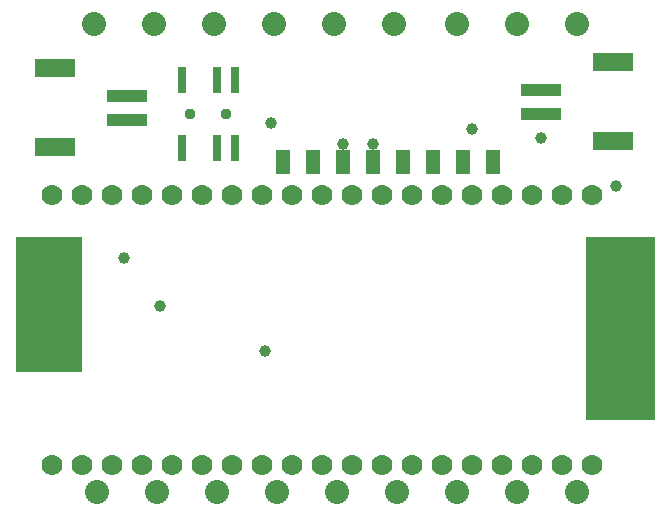
<source format=gts>
G04 Generated by Ultiboard 12.0 *
%FSLAX25Y25*%
%MOIN*%

%ADD10C,0.00001*%
%ADD11C,0.00100*%
%ADD12C,0.08000*%
%ADD13R,0.13386X0.05906*%
%ADD14R,0.13780X0.04331*%
%ADD15C,0.03937*%
%ADD16C,0.07000*%
%ADD17R,0.05000X0.08000*%
%ADD18C,0.03701*%
%ADD19R,0.02953X0.08661*%


G04 ColorRGB FF00CC for the following layer *
%LNSolder Mask Top*%
%LPD*%
G54D10*
G54D11*
G36*
X189921Y29834D02*
X189921Y90834D01*
X212921Y90834D01*
X212921Y29834D01*
X189921Y29834D01*
G37*
G36*
X0Y46000D02*
X0Y90834D01*
X22000Y90834D01*
X22000Y46000D01*
X0Y46000D01*
G37*
G54D12*
X27000Y6000D03*
X47000Y6000D03*
X67000Y6000D03*
X87000Y6000D03*
X107000Y6000D03*
X127000Y6000D03*
X147000Y6000D03*
X167000Y6000D03*
X187000Y6000D03*
X26000Y162000D03*
X46000Y162000D03*
X66000Y162000D03*
X86000Y162000D03*
X106000Y162000D03*
X126000Y162000D03*
X203000Y84000D03*
X203000Y68000D03*
X203000Y53000D03*
X203000Y37000D03*
X147000Y162000D03*
X167000Y162000D03*
X187000Y162000D03*
X10000Y53000D03*
X10000Y68000D03*
X10000Y84000D03*
G54D13*
X13000Y120811D03*
X13000Y147189D03*
X199000Y122811D03*
X199000Y149189D03*
G54D14*
X37000Y130063D03*
X37000Y137937D03*
X175000Y132063D03*
X175000Y139937D03*
G54D15*
X36000Y84000D03*
X48000Y68000D03*
X83000Y53000D03*
X119000Y122000D03*
X109000Y122000D03*
X85000Y129000D03*
X200000Y108000D03*
X152000Y127000D03*
X175000Y124000D03*
G54D16*
X192000Y105000D03*
X182000Y105000D03*
X172000Y105000D03*
X162000Y105000D03*
X152000Y105000D03*
X142000Y105000D03*
X132000Y105000D03*
X122000Y105000D03*
X112000Y105000D03*
X102000Y105000D03*
X92000Y105000D03*
X82000Y105000D03*
X72000Y105000D03*
X62000Y105000D03*
X52000Y105000D03*
X42000Y105000D03*
X32000Y105000D03*
X22000Y105000D03*
X12000Y105000D03*
X192000Y15000D03*
X182000Y15000D03*
X172000Y15000D03*
X162000Y15000D03*
X152000Y15000D03*
X142000Y15000D03*
X132000Y15000D03*
X122000Y15000D03*
X112000Y15000D03*
X102000Y15000D03*
X92000Y15000D03*
X82000Y15000D03*
X72000Y15000D03*
X62000Y15000D03*
X52000Y15000D03*
X42000Y15000D03*
X32000Y15000D03*
X22000Y15000D03*
X12000Y15000D03*
G54D17*
X89000Y116000D03*
X99000Y116000D03*
X109000Y116000D03*
X119000Y116000D03*
X129000Y116000D03*
X139000Y116000D03*
X149000Y116000D03*
X159000Y116000D03*
G54D18*
X58094Y132000D03*
X69906Y132000D03*
G54D19*
X55142Y120681D03*
X72858Y120681D03*
X66953Y120681D03*
X55142Y143319D03*
X72858Y143319D03*
X66953Y143319D03*

M00*

</source>
